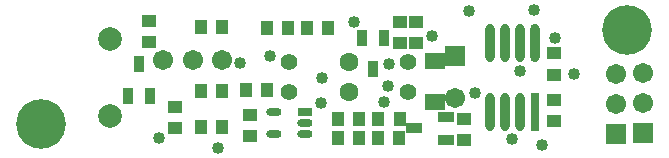
<source format=gbs>
%FSTAX24Y24*%
%MOIN*%
G70*
G01*
G75*
G04 Layer_Color=8388736*
%ADD10O,0.0472X0.0217*%
%ADD11R,0.0472X0.0217*%
%ADD12R,0.0374X0.0315*%
%ADD13R,0.0630X0.0630*%
%ADD14R,0.0256X0.0472*%
%ADD15R,0.0472X0.0256*%
%ADD16R,0.0315X0.0374*%
%ADD17R,0.0492X0.0630*%
%ADD18R,0.0807X0.0886*%
G04:AMPARAMS|DCode=19|XSize=21.7mil|YSize=47.2mil|CornerRadius=0mil|HoleSize=0mil|Usage=FLASHONLY|Rotation=90.000|XOffset=0mil|YOffset=0mil|HoleType=Round|Shape=Octagon|*
%AMOCTAGOND19*
4,1,8,-0.0236,-0.0054,-0.0236,0.0054,-0.0182,0.0108,0.0182,0.0108,0.0236,0.0054,0.0236,-0.0054,0.0182,-0.0108,-0.0182,-0.0108,-0.0236,-0.0054,0.0*
%
%ADD19OCTAGOND19*%

%ADD20C,0.0100*%
%ADD21C,0.0709*%
%ADD22C,0.1575*%
%ADD23C,0.0591*%
%ADD24C,0.0472*%
%ADD25C,0.0551*%
%ADD26R,0.0591X0.0591*%
%ADD27C,0.0320*%
%ADD28O,0.0236X0.1200*%
%ADD29R,0.0236X0.1200*%
%ADD30O,0.0236X0.1204*%
%ADD31R,0.0630X0.0492*%
%ADD32C,0.0200*%
%ADD33C,0.0197*%
%ADD34C,0.0079*%
%ADD35C,0.0080*%
%ADD36C,0.0039*%
%ADD37C,0.0004*%
%ADD38C,0.0020*%
%ADD39C,0.0030*%
%ADD40O,0.0512X0.0256*%
%ADD41R,0.0512X0.0256*%
%ADD42R,0.0454X0.0395*%
%ADD43R,0.0710X0.0710*%
%ADD44R,0.0336X0.0552*%
%ADD45R,0.0552X0.0336*%
%ADD46R,0.0395X0.0454*%
%ADD47R,0.0572X0.0710*%
%ADD48R,0.0887X0.0966*%
G04:AMPARAMS|DCode=49|XSize=25.6mil|YSize=51.2mil|CornerRadius=0mil|HoleSize=0mil|Usage=FLASHONLY|Rotation=90.000|XOffset=0mil|YOffset=0mil|HoleType=Round|Shape=Octagon|*
%AMOCTAGOND49*
4,1,8,-0.0256,-0.0064,-0.0256,0.0064,-0.0192,0.0128,0.0192,0.0128,0.0256,0.0064,0.0256,-0.0064,0.0192,-0.0128,-0.0192,-0.0128,-0.0256,-0.0064,0.0*
%
%ADD49OCTAGOND49*%

%ADD50C,0.0789*%
%ADD51C,0.1655*%
%ADD52C,0.0671*%
%ADD53C,0.0552*%
%ADD54C,0.0631*%
%ADD55R,0.0671X0.0671*%
%ADD56C,0.0400*%
%ADD57O,0.0316X0.1280*%
%ADD58R,0.0316X0.1280*%
%ADD59O,0.0316X0.1284*%
%ADD60R,0.0710X0.0572*%
D40*
X237744Y14281D02*
D03*
Y142062D02*
D03*
X238778Y142436D02*
D03*
Y142062D02*
D03*
D41*
Y14281D02*
D03*
D42*
X247081Y14248D02*
D03*
Y143188D02*
D03*
X247081Y144044D02*
D03*
Y144753D02*
D03*
X233575Y145116D02*
D03*
Y145824D02*
D03*
X236944Y141979D02*
D03*
Y142688D02*
D03*
X24249Y145096D02*
D03*
Y145804D02*
D03*
X241936Y145092D02*
D03*
Y1458D02*
D03*
X234455Y142954D02*
D03*
Y142246D02*
D03*
X244081Y141866D02*
D03*
Y142574D02*
D03*
D44*
X241046Y144223D02*
D03*
X240672Y145268D02*
D03*
X24142D02*
D03*
X233255Y144379D02*
D03*
X233629Y143334D02*
D03*
X232881D02*
D03*
D45*
X242433Y14225D02*
D03*
X243478Y142624D02*
D03*
Y141876D02*
D03*
D46*
X238233Y1456D02*
D03*
X237524D02*
D03*
X238843D02*
D03*
X239552D02*
D03*
X236806Y143523D02*
D03*
X237515D02*
D03*
X24192Y141926D02*
D03*
X241212D02*
D03*
X24059D02*
D03*
X239882D02*
D03*
X241934Y142558D02*
D03*
X241225D02*
D03*
X2406Y142566D02*
D03*
X239892D02*
D03*
X236009Y1423D02*
D03*
X235301D02*
D03*
X235301Y1435D02*
D03*
X236009D02*
D03*
X236019Y145619D02*
D03*
X23531D02*
D03*
D50*
X232288Y145235D02*
D03*
Y142676D02*
D03*
D51*
X229976Y142381D02*
D03*
X249532Y145531D02*
D03*
D52*
X236031Y14452D02*
D03*
X234041D02*
D03*
X235036D02*
D03*
X2438Y143267D02*
D03*
X250054Y144078D02*
D03*
Y143078D02*
D03*
X249139Y143077D02*
D03*
Y144077D02*
D03*
D53*
X238263Y143456D02*
D03*
Y144456D02*
D03*
X242229Y143456D02*
D03*
Y144456D02*
D03*
D54*
X24025Y144456D02*
D03*
Y143456D02*
D03*
D55*
X2438Y144645D02*
D03*
X250054Y142078D02*
D03*
X249139Y142077D02*
D03*
D56*
X241589Y144409D02*
D03*
X244267Y146151D02*
D03*
X241427Y143113D02*
D03*
X245694Y141899D02*
D03*
X237613Y144645D02*
D03*
X239355Y143917D02*
D03*
X236629Y144438D02*
D03*
X246669Y141702D02*
D03*
X247131Y145265D02*
D03*
X243016Y145334D02*
D03*
X240409Y145797D02*
D03*
X241536Y143646D02*
D03*
X244436Y143416D02*
D03*
X239316Y143106D02*
D03*
X245954Y144166D02*
D03*
X246406Y146206D02*
D03*
X247761Y144064D02*
D03*
X233913Y141929D02*
D03*
X235881Y141587D02*
D03*
D57*
X245454Y145106D02*
D03*
X245954D02*
D03*
X244954Y142806D02*
D03*
X245454D02*
D03*
X245954D02*
D03*
X244954Y145106D02*
D03*
D58*
X246454Y142806D02*
D03*
D59*
Y145106D02*
D03*
D60*
X243105Y143121D02*
D03*
Y144479D02*
D03*
M02*

</source>
